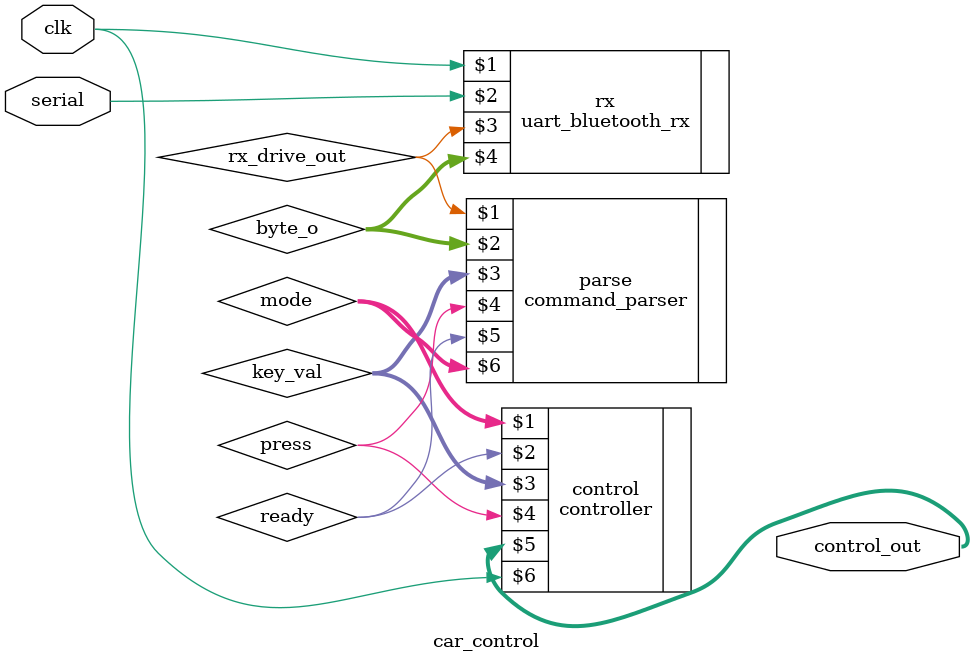
<source format=v>
`timescale 1ns / 1ps
module car_control(
		clk,
		serial,
		control_out
    );
	// IO Declarations
	input 			clk;
	input 			serial;
	output [7:0]	control_out;
	
	// Internal Declarations
	wire 			rx_drive_out;
	wire [7:0]	byte_o;
	wire			ready;
	wire [2:0]	key_val;
	wire			press;
	wire [1:0]  mode;
	
	uart_bluetooth_rx rx(clk, serial, rx_drive_out, byte_o);
	command_parser	parse(rx_drive_out, byte_o, key_val, press, ready,mode);
	controller control(mode, ready, key_val, press, control_out, clk);

endmodule

</source>
